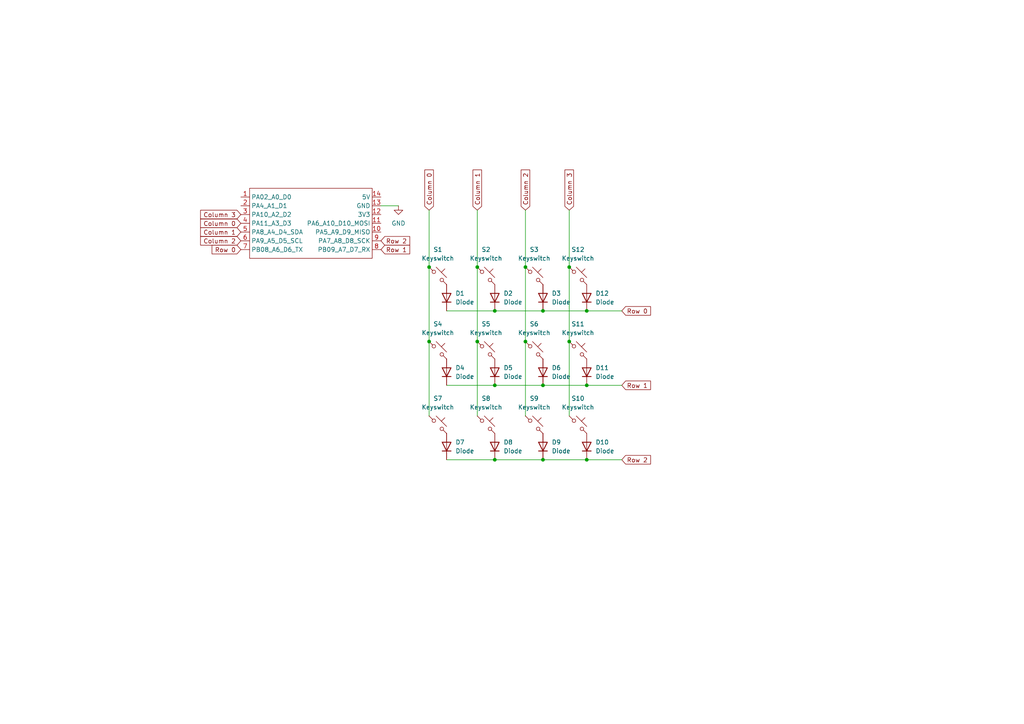
<source format=kicad_sch>
(kicad_sch (version 20231120) (generator "eeschema") (generator_version "8.0")
  (paper "A4")
  (lib_symbols
    (symbol "ScottoKeebs:MCU_Seeed_XIAO_RP2040"
      (property "Reference" "U" (at -16.51 11.43 0))
      (property "Value" "MCU_Seeed_XIAO_RP2040" (at -3.81 -11.43 0))
      (symbol "MCU_Seeed_XIAO_RP2040_0_1"
        (rectangle (start -16.51 10.16) (end 19.05 -10.16))
      )
      (symbol "MCU_Seeed_XIAO_RP2040_1_1"
        (pin passive line (at -19.05 7.62 0) (length 2.54) (name "PA02_A0_D0") (number "1"))
        (pin passive line (at 21.59 -2.54 180) (length 2.54) (name "PA5_A9_D9_MISO") (number "10"))
        (pin passive line (at 21.59 0 180) (length 2.54) (name "PA6_A10_D10_MOSI") (number "11"))
        (pin passive line (at 21.59 2.54 180) (length 2.54) (name "3V3") (number "12"))
        (pin passive line (at 21.59 5.08 180) (length 2.54) (name "GND") (number "13"))
        (pin passive line (at 21.59 7.62 180) (length 2.54) (name "5V") (number "14"))
        (pin passive line (at -19.05 5.08 0) (length 2.54) (name "PA4_A1_D1") (number "2"))
        (pin passive line (at -19.05 2.54 0) (length 2.54) (name "PA10_A2_D2") (number "3"))
        (pin passive line (at -19.05 0 0) (length 2.54) (name "PA11_A3_D3") (number "4"))
        (pin passive line (at -19.05 -2.54 0) (length 2.54) (name "PA8_A4_D4_SDA") (number "5"))
        (pin passive line (at -19.05 -5.08 0) (length 2.54) (name "PA9_A5_D5_SCL") (number "6"))
        (pin passive line (at -19.05 -7.62 0) (length 2.54) (name "PB08_A6_D6_TX") (number "7"))
        (pin passive line (at 21.59 -7.62 180) (length 2.54) (name "PB09_A7_D7_RX") (number "8"))
        (pin passive line (at 21.59 -5.08 180) (length 2.54) (name "PA7_A8_D8_SCK") (number "9"))
      )
    )
    (symbol "ScottoKeebs:Placeholder_Diode" (pin_numbers hide) (pin_names hide)
      (property "Reference" "D" (at 0 2.54 0))
      (property "Value" "Diode" (at 0 -2.54 0))
      (symbol "Placeholder_Diode_0_1"
        (polyline (pts (xy -1.27 1.27) (xy -1.27 -1.27)) (stroke (width 0.254)))
        (polyline (pts (xy 1.27 0) (xy -1.27 0)))
        (polyline (pts (xy 1.27 1.27) (xy 1.27 -1.27) (xy -1.27 0) (xy 1.27 1.27)) (stroke (width 0.254)))
      )
      (symbol "Placeholder_Diode_1_1"
        (pin passive line (at -3.81 0 0) (length 2.54) (name "K") (number "1"))
        (pin passive line (at 3.81 0 180) (length 2.54) (name "A") (number "2"))
      )
    )
    (symbol "ScottoKeebs:Placeholder_Keyswitch" (pin_numbers hide) (pin_names (offset 1.016) hide)
      (property "Reference" "S" (at 3.048 1.016 0))
      (property "Value" "Keyswitch" (at 0 -3.81 0))
      (symbol "Placeholder_Keyswitch_0_1"
        (circle (center -1.1684 1.1684) (radius 0.508))
        (polyline (pts (xy -0.508 2.54) (xy 2.54 -0.508)))
        (polyline (pts (xy 1.016 1.016) (xy 2.032 2.032)))
        (polyline (pts (xy -2.54 2.54) (xy -1.524 1.524) (xy -1.524 1.524)))
        (polyline (pts (xy 1.524 -1.524) (xy 2.54 -2.54) (xy 2.54 -2.54) (xy 2.54 -2.54)))
        (circle (center 1.143 -1.1938) (radius 0.508))
        (pin passive line (at -2.54 2.54 0) (length 0) (name "1") (number "1"))
        (pin passive line (at 2.54 -2.54 180) (length 0) (name "2") (number "2"))
      )
    )
    (symbol "power:GND" (power) (pin_numbers hide) (pin_names (offset 0) hide)
      (property "Value" "GND" (at 0 -3.81 0))
      (symbol "GND_0_1"
        (polyline (pts (xy 0 0) (xy 0 -1.27) (xy 1.27 -1.27) (xy 0 -2.54) (xy -1.27 -1.27) (xy 0 -1.27)))
      )
      (symbol "GND_1_1"
        (pin power_in line (at 0 0 270) (length 0) (name "~") (number "1"))
      )
    )
  )
  (junction (at 143.51 133.35))
  (junction (at 170.18 90.17))
  (junction (at 157.48 90.17))
  (junction (at 124.46 99.06))
  (junction (at 138.43 99.06))
  (junction (at 143.51 111.76))
  (junction (at 152.4 99.06))
  (junction (at 152.4 77.47))
  (junction (at 138.43 77.47))
  (junction (at 124.46 77.47))
  (junction (at 165.1 99.06))
  (junction (at 157.48 111.76))
  (junction (at 157.48 133.35))
  (junction (at 143.51 90.17))
  (junction (at 170.18 133.35))
  (junction (at 170.18 111.76))
  (junction (at 165.1 77.47))
  (wire (pts (xy 143.51 111.76) (xy 157.48 111.76)))
  (wire (pts (xy 124.46 99.06) (xy 124.46 120.65)))
  (wire (pts (xy 138.43 99.06) (xy 138.43 120.65)))
  (wire (pts (xy 152.4 77.47) (xy 152.4 99.06)))
  (wire (pts (xy 170.18 90.17) (xy 157.48 90.17)))
  (wire (pts (xy 170.18 133.35) (xy 157.48 133.35)))
  (wire (pts (xy 180.34 111.76) (xy 170.18 111.76)))
  (wire (pts (xy 124.46 60.96) (xy 124.46 77.47)))
  (wire (pts (xy 138.43 60.96) (xy 138.43 77.47)))
  (wire (pts (xy 165.1 60.96) (xy 165.1 77.47)))
  (wire (pts (xy 110.49 59.69) (xy 115.57 59.69)))
  (wire (pts (xy 143.51 90.17) (xy 157.48 90.17)))
  (wire (pts (xy 180.34 90.17) (xy 170.18 90.17)))
  (wire (pts (xy 152.4 60.96) (xy 152.4 77.47)))
  (wire (pts (xy 180.34 133.35) (xy 170.18 133.35)))
  (wire (pts (xy 143.51 133.35) (xy 157.48 133.35)))
  (wire (pts (xy 165.1 77.47) (xy 165.1 99.06)))
  (wire (pts (xy 152.4 99.06) (xy 152.4 120.65)))
  (wire (pts (xy 129.54 111.76) (xy 143.51 111.76)))
  (wire (pts (xy 138.43 77.47) (xy 138.43 99.06)))
  (wire (pts (xy 170.18 111.76) (xy 157.48 111.76)))
  (wire (pts (xy 129.54 90.17) (xy 143.51 90.17)))
  (wire (pts (xy 165.1 99.06) (xy 165.1 120.65)))
  (wire (pts (xy 129.54 133.35) (xy 143.51 133.35)))
  (wire (pts (xy 124.46 77.47) (xy 124.46 99.06)))
  (global_label "Row 2" (shape input) (at 180.34 133.35 0) (property "Intersheetrefs" "${INTERSHEET_REFS}" (effects (hide yes))))
  (global_label "Column 1" (shape input) (at 138.43 60.96 90) (property "Intersheetrefs" "${INTERSHEET_REFS}" (effects (hide yes))))
  (global_label "Row 2" (shape input) (at 110.49 69.85 0) (property "Intersheetrefs" "${INTERSHEET_REFS}" (effects (hide yes))))
  (global_label "Column 3" (shape input) (at 69.85 62.23 180) (property "Intersheetrefs" "${INTERSHEET_REFS}" (effects (hide yes))))
  (global_label "Column 0" (shape input) (at 124.46 60.96 90) (property "Intersheetrefs" "${INTERSHEET_REFS}" (effects (hide yes))))
  (global_label "Row 1" (shape input) (at 180.34 111.76 0) (property "Intersheetrefs" "${INTERSHEET_REFS}" (effects (hide yes))))
  (global_label "Row 1" (shape input) (at 110.49 72.39 0) (property "Intersheetrefs" "${INTERSHEET_REFS}" (effects (hide yes))))
  (global_label "Row 0" (shape input) (at 180.34 90.17 0) (property "Intersheetrefs" "${INTERSHEET_REFS}" (effects (hide yes))))
  (global_label "Column 2" (shape input) (at 152.4 60.96 90) (property "Intersheetrefs" "${INTERSHEET_REFS}" (effects (hide yes))))
  (global_label "Column 1" (shape input) (at 69.85 67.31 180) (property "Intersheetrefs" "${INTERSHEET_REFS}" (effects (hide yes))))
  (global_label "Column 3" (shape input) (at 165.1 60.96 90) (property "Intersheetrefs" "${INTERSHEET_REFS}" (effects (hide yes))))
  (global_label "Row 0" (shape input) (at 69.85 72.39 180) (property "Intersheetrefs" "${INTERSHEET_REFS}" (effects (hide yes))))
  (global_label "Column 0" (shape input) (at 69.85 64.77 180) (property "Intersheetrefs" "${INTERSHEET_REFS}" (effects (hide yes))))
  (global_label "Column 2" (shape input) (at 69.85 69.85 180) (property "Intersheetrefs" "${INTERSHEET_REFS}" (effects (hide yes))))
  (symbol (lib_id "ScottoKeebs:Placeholder_Keyswitch") (at 127 80.01 0) (unit 1)
    (property "Reference" "S1" (at 127 72.39 0))
    (property "Value" "Keyswitch" (at 127 74.93 0))
    (property "Footprint" "ScottoKeebs_MX:MX_PCB_1.00u" (effects (hide yes)))
    (property "Description" "Push button switch, normally open, two pins, 45° tilted" (effects (hide yes)))
  )
  (symbol (lib_id "power:GND") (at 115.57 59.69 0) (unit 1)
    (property "Reference" "#PWR01" (effects (hide yes)))
    (property "Value" "GND" (at 115.57 64.77 0))
    (property "Description" "Power symbol creates a global label with name \"GND\" , ground" (effects (hide yes)))
  )
  (symbol (lib_id "ScottoKeebs:Placeholder_Diode") (at 129.54 129.54 90) (unit 1)
    (property "Reference" "D7" (at 132.08 128.2699 90) (effects (justify right)))
    (property "Value" "Diode" (at 132.08 130.8099 90) (effects (justify right)))
    (property "Footprint" "ScottoKeebs_Components:Diode_DO-35" (effects (hide yes)))
    (property "Description" "1N4148 (DO-35) or 1N4148W (SOD-123)" (effects (hide yes)))
    (property "Sim.Device" "D" (effects (hide yes)))
    (property "Sim.Pins" "1=K 2=A" (effects (hide yes)))
  )
  (symbol (lib_id "ScottoKeebs:Placeholder_Keyswitch") (at 154.94 123.19 0) (unit 1)
    (property "Reference" "S9" (at 154.94 115.57 0))
    (property "Value" "Keyswitch" (at 154.94 118.11 0))
    (property "Footprint" "ScottoKeebs_MX:MX_PCB_1.00u" (effects (hide yes)))
    (property "Description" "Push button switch, normally open, two pins, 45° tilted" (effects (hide yes)))
  )
  (symbol (lib_id "ScottoKeebs:Placeholder_Diode") (at 143.51 107.95 90) (unit 1)
    (property "Reference" "D5" (at 146.05 106.6799 90) (effects (justify right)))
    (property "Value" "Diode" (at 146.05 109.2199 90) (effects (justify right)))
    (property "Footprint" "ScottoKeebs_Components:Diode_DO-35" (effects (hide yes)))
    (property "Description" "1N4148 (DO-35) or 1N4148W (SOD-123)" (effects (hide yes)))
    (property "Sim.Device" "D" (effects (hide yes)))
    (property "Sim.Pins" "1=K 2=A" (effects (hide yes)))
  )
  (symbol (lib_id "ScottoKeebs:Placeholder_Keyswitch") (at 167.64 80.01 0) (unit 1)
    (property "Reference" "S12" (at 167.64 72.39 0))
    (property "Value" "Keyswitch" (at 167.64 74.93 0))
    (property "Footprint" "ScottoKeebs_MX:MX_PCB_1.00u" (effects (hide yes)))
    (property "Description" "Push button switch, normally open, two pins, 45° tilted" (effects (hide yes)))
  )
  (symbol (lib_id "ScottoKeebs:Placeholder_Diode") (at 157.48 86.36 90) (unit 1)
    (property "Reference" "D3" (at 160.02 85.0899 90) (effects (justify right)))
    (property "Value" "Diode" (at 160.02 87.6299 90) (effects (justify right)))
    (property "Footprint" "ScottoKeebs_Components:Diode_DO-35" (effects (hide yes)))
    (property "Description" "1N4148 (DO-35) or 1N4148W (SOD-123)" (effects (hide yes)))
    (property "Sim.Device" "D" (effects (hide yes)))
    (property "Sim.Pins" "1=K 2=A" (effects (hide yes)))
  )
  (symbol (lib_id "ScottoKeebs:Placeholder_Keyswitch") (at 140.97 101.6 0) (unit 1)
    (property "Reference" "S5" (at 140.97 93.98 0))
    (property "Value" "Keyswitch" (at 140.97 96.52 0))
    (property "Footprint" "ScottoKeebs_MX:MX_PCB_1.00u" (effects (hide yes)))
    (property "Description" "Push button switch, normally open, two pins, 45° tilted" (effects (hide yes)))
  )
  (symbol (lib_id "ScottoKeebs:MCU_Seeed_XIAO_RP2040") (at 88.9 64.77 0) (unit 1)
    (property "Reference" "U2" (effects (hide yes)))
    (property "Value" "MCU_Seeed_XIAO_RP2040" (effects (hide yes)))
    (property "Footprint" "ScottoKeebs_MCU:Seeed_XIAO_RP2040" (effects (hide yes)))
  )
  (symbol (lib_id "ScottoKeebs:Placeholder_Diode") (at 143.51 86.36 90) (unit 1)
    (property "Reference" "D2" (at 146.05 85.0899 90) (effects (justify right)))
    (property "Value" "Diode" (at 146.05 87.6299 90) (effects (justify right)))
    (property "Footprint" "ScottoKeebs_Components:Diode_DO-35" (effects (hide yes)))
    (property "Description" "1N4148 (DO-35) or 1N4148W (SOD-123)" (effects (hide yes)))
    (property "Sim.Device" "D" (effects (hide yes)))
    (property "Sim.Pins" "1=K 2=A" (effects (hide yes)))
  )
  (symbol (lib_id "ScottoKeebs:Placeholder_Diode") (at 143.51 129.54 90) (unit 1)
    (property "Reference" "D8" (at 146.05 128.2699 90) (effects (justify right)))
    (property "Value" "Diode" (at 146.05 130.8099 90) (effects (justify right)))
    (property "Footprint" "ScottoKeebs_Components:Diode_DO-35" (effects (hide yes)))
    (property "Description" "1N4148 (DO-35) or 1N4148W (SOD-123)" (effects (hide yes)))
    (property "Sim.Device" "D" (effects (hide yes)))
    (property "Sim.Pins" "1=K 2=A" (effects (hide yes)))
  )
  (symbol (lib_id "ScottoKeebs:Placeholder_Keyswitch") (at 167.64 123.19 0) (unit 1)
    (property "Reference" "S10" (at 167.64 115.57 0))
    (property "Value" "Keyswitch" (at 167.64 118.11 0))
    (property "Footprint" "ScottoKeebs_MX:MX_PCB_1.00u" (effects (hide yes)))
    (property "Description" "Push button switch, normally open, two pins, 45° tilted" (effects (hide yes)))
  )
  (symbol (lib_id "ScottoKeebs:Placeholder_Keyswitch") (at 127 123.19 0) (unit 1)
    (property "Reference" "S7" (at 127 115.57 0))
    (property "Value" "Keyswitch" (at 127 118.11 0))
    (property "Footprint" "ScottoKeebs_MX:MX_PCB_1.00u" (effects (hide yes)))
    (property "Description" "Push button switch, normally open, two pins, 45° tilted" (effects (hide yes)))
  )
  (symbol (lib_id "ScottoKeebs:Placeholder_Diode") (at 170.18 129.54 90) (unit 1)
    (property "Reference" "D10" (at 172.72 128.2699 90) (effects (justify right)))
    (property "Value" "Diode" (at 172.72 130.8099 90) (effects (justify right)))
    (property "Footprint" "ScottoKeebs_Components:Diode_DO-35" (effects (hide yes)))
    (property "Description" "1N4148 (DO-35) or 1N4148W (SOD-123)" (effects (hide yes)))
    (property "Sim.Device" "D" (effects (hide yes)))
    (property "Sim.Pins" "1=K 2=A" (effects (hide yes)))
  )
  (symbol (lib_id "ScottoKeebs:Placeholder_Keyswitch") (at 167.64 101.6 0) (unit 1)
    (property "Reference" "S11" (at 167.64 93.98 0))
    (property "Value" "Keyswitch" (at 167.64 96.52 0))
    (property "Footprint" "ScottoKeebs_MX:MX_PCB_1.00u" (effects (hide yes)))
    (property "Description" "Push button switch, normally open, two pins, 45° tilted" (effects (hide yes)))
  )
  (symbol (lib_id "ScottoKeebs:Placeholder_Diode") (at 170.18 86.36 90) (unit 1)
    (property "Reference" "D12" (at 172.72 85.0899 90) (effects (justify right)))
    (property "Value" "Diode" (at 172.72 87.6299 90) (effects (justify right)))
    (property "Footprint" "ScottoKeebs_Components:Diode_DO-35" (effects (hide yes)))
    (property "Description" "1N4148 (DO-35) or 1N4148W (SOD-123)" (effects (hide yes)))
    (property "Sim.Device" "D" (effects (hide yes)))
    (property "Sim.Pins" "1=K 2=A" (effects (hide yes)))
  )
  (symbol (lib_id "ScottoKeebs:Placeholder_Keyswitch") (at 154.94 101.6 0) (unit 1)
    (property "Reference" "S6" (at 154.94 93.98 0))
    (property "Value" "Keyswitch" (at 154.94 96.52 0))
    (property "Footprint" "ScottoKeebs_MX:MX_PCB_1.00u" (effects (hide yes)))
    (property "Description" "Push button switch, normally open, two pins, 45° tilted" (effects (hide yes)))
  )
  (symbol (lib_id "ScottoKeebs:Placeholder_Keyswitch") (at 140.97 80.01 0) (unit 1)
    (property "Reference" "S2" (at 140.97 72.39 0))
    (property "Value" "Keyswitch" (at 140.97 74.93 0))
    (property "Footprint" "ScottoKeebs_MX:MX_PCB_1.00u" (effects (hide yes)))
    (property "Description" "Push button switch, normally open, two pins, 45° tilted" (effects (hide yes)))
  )
  (symbol (lib_id "ScottoKeebs:Placeholder_Diode") (at 129.54 86.36 90) (unit 1)
    (property "Reference" "D1" (at 132.08 85.0899 90) (effects (justify right)))
    (property "Value" "Diode" (at 132.08 87.6299 90) (effects (justify right)))
    (property "Footprint" "ScottoKeebs_Components:Diode_DO-35" (effects (hide yes)))
    (property "Description" "1N4148 (DO-35) or 1N4148W (SOD-123)" (effects (hide yes)))
    (property "Sim.Device" "D" (effects (hide yes)))
    (property "Sim.Pins" "1=K 2=A" (effects (hide yes)))
  )
  (symbol (lib_id "ScottoKeebs:Placeholder_Diode") (at 129.54 107.95 90) (unit 1)
    (property "Reference" "D4" (at 132.08 106.6799 90) (effects (justify right)))
    (property "Value" "Diode" (at 132.08 109.2199 90) (effects (justify right)))
    (property "Footprint" "ScottoKeebs_Components:Diode_DO-35" (effects (hide yes)))
    (property "Description" "1N4148 (DO-35) or 1N4148W (SOD-123)" (effects (hide yes)))
    (property "Sim.Device" "D" (effects (hide yes)))
    (property "Sim.Pins" "1=K 2=A" (effects (hide yes)))
  )
  (symbol (lib_id "ScottoKeebs:Placeholder_Keyswitch") (at 140.97 123.19 0) (unit 1)
    (property "Reference" "S8" (at 140.97 115.57 0))
    (property "Value" "Keyswitch" (at 140.97 118.11 0))
    (property "Footprint" "ScottoKeebs_MX:MX_PCB_1.00u" (effects (hide yes)))
    (property "Description" "Push button switch, normally open, two pins, 45° tilted" (effects (hide yes)))
  )
  (symbol (lib_id "ScottoKeebs:Placeholder_Diode") (at 157.48 107.95 90) (unit 1)
    (property "Reference" "D6" (at 160.02 106.6799 90) (effects (justify right)))
    (property "Value" "Diode" (at 160.02 109.2199 90) (effects (justify right)))
    (property "Footprint" "ScottoKeebs_Components:Diode_DO-35" (effects (hide yes)))
    (property "Description" "1N4148 (DO-35) or 1N4148W (SOD-123)" (effects (hide yes)))
    (property "Sim.Device" "D" (effects (hide yes)))
    (property "Sim.Pins" "1=K 2=A" (effects (hide yes)))
  )
  (symbol (lib_id "ScottoKeebs:Placeholder_Diode") (at 157.48 129.54 90) (unit 1)
    (property "Reference" "D9" (at 160.02 128.2699 90) (effects (justify right)))
    (property "Value" "Diode" (at 160.02 130.8099 90) (effects (justify right)))
    (property "Footprint" "ScottoKeebs_Components:Diode_DO-35" (effects (hide yes)))
    (property "Description" "1N4148 (DO-35) or 1N4148W (SOD-123)" (effects (hide yes)))
    (property "Sim.Device" "D" (effects (hide yes)))
    (property "Sim.Pins" "1=K 2=A" (effects (hide yes)))
  )
  (symbol (lib_id "ScottoKeebs:Placeholder_Keyswitch") (at 127 101.6 0) (unit 1)
    (property "Reference" "S4" (at 127 93.98 0))
    (property "Value" "Keyswitch" (at 127 96.52 0))
    (property "Footprint" "ScottoKeebs_MX:MX_PCB_1.00u" (effects (hide yes)))
    (property "Description" "Push button switch, normally open, two pins, 45° tilted" (effects (hide yes)))
  )
  (symbol (lib_id "ScottoKeebs:Placeholder_Keyswitch") (at 154.94 80.01 0) (unit 1)
    (property "Reference" "S3" (at 154.94 72.39 0))
    (property "Value" "Keyswitch" (at 154.94 74.93 0))
    (property "Footprint" "ScottoKeebs_MX:MX_PCB_1.00u" (effects (hide yes)))
    (property "Description" "Push button switch, normally open, two pins, 45° tilted" (effects (hide yes)))
  )
  (symbol (lib_id "ScottoKeebs:Placeholder_Diode") (at 170.18 107.95 90) (unit 1)
    (property "Reference" "D11" (at 172.72 106.6799 90) (effects (justify right)))
    (property "Value" "Diode" (at 172.72 109.2199 90) (effects (justify right)))
    (property "Footprint" "ScottoKeebs_Components:Diode_DO-35" (effects (hide yes)))
    (property "Description" "1N4148 (DO-35) or 1N4148W (SOD-123)" (effects (hide yes)))
    (property "Sim.Device" "D" (effects (hide yes)))
    (property "Sim.Pins" "1=K 2=A" (effects (hide yes)))
  )
)
</source>
